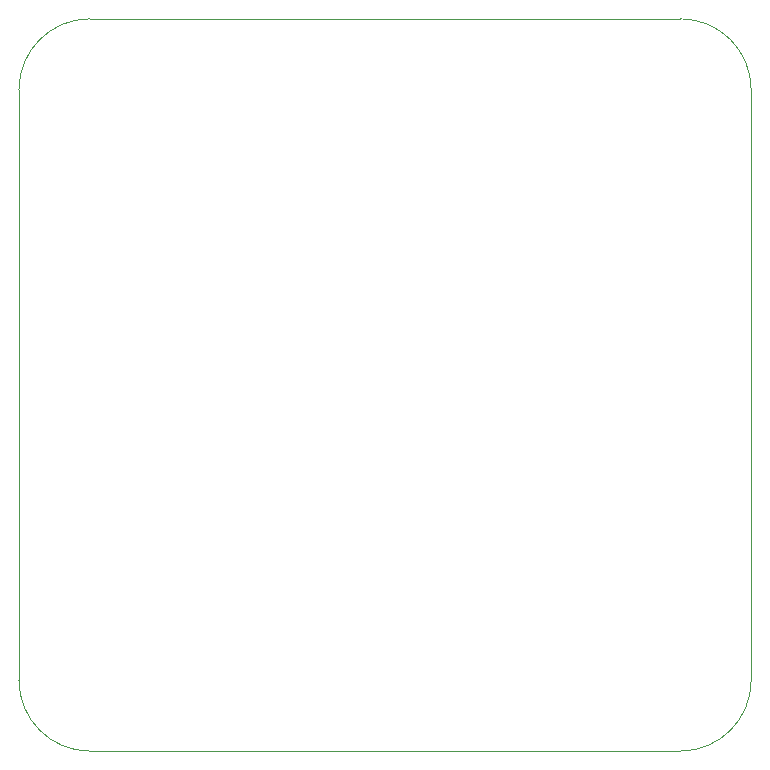
<source format=gbr>
%TF.GenerationSoftware,KiCad,Pcbnew,6.0.11-2627ca5db0~126~ubuntu22.04.1*%
%TF.CreationDate,2023-02-06T22:18:29+01:00*%
%TF.ProjectId,Stepper_Driver_TMC2225-SA-T,53746570-7065-4725-9f44-72697665725f,rev?*%
%TF.SameCoordinates,Original*%
%TF.FileFunction,Profile,NP*%
%FSLAX46Y46*%
G04 Gerber Fmt 4.6, Leading zero omitted, Abs format (unit mm)*
G04 Created by KiCad (PCBNEW 6.0.11-2627ca5db0~126~ubuntu22.04.1) date 2023-02-06 22:18:29*
%MOMM*%
%LPD*%
G01*
G04 APERTURE LIST*
%TA.AperFunction,Profile*%
%ADD10C,0.100000*%
%TD*%
G04 APERTURE END LIST*
D10*
X30000000Y-24000000D02*
G75*
G03*
X24000000Y-30000000I0J-6000000D01*
G01*
X24000000Y-80000000D02*
G75*
G03*
X30000000Y-86000000I6000000J0D01*
G01*
X80000000Y-86000000D02*
X30000000Y-86000000D01*
X86000000Y-30000000D02*
G75*
G03*
X80000000Y-24000000I-6000000J0D01*
G01*
X30000000Y-24000000D02*
X80000000Y-24000000D01*
X24000000Y-80000000D02*
X24000000Y-30000000D01*
X80000000Y-86000000D02*
G75*
G03*
X86000000Y-80000000I0J6000000D01*
G01*
X86000000Y-30000000D02*
X86000000Y-80000000D01*
M02*

</source>
